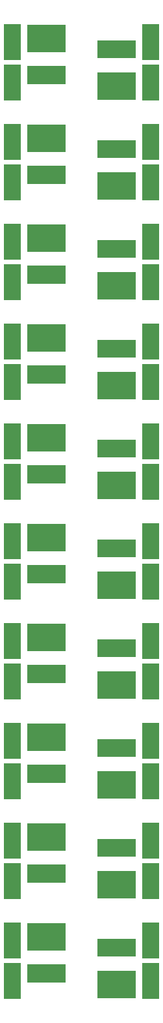
<source format=gbr>
G04 start of page 7 for group -4062 idx -4062 *
G04 Title: (unknown), soldermask *
G04 Creator: pcb 4.0.2 *
G04 CreationDate: Fri Feb  3 04:46:59 2023 UTC *
G04 For: ndholmes *
G04 Format: Gerber/RS-274X *
G04 PCB-Dimensions (mil): 1620.00 5800.00 *
G04 PCB-Coordinate-Origin: lower left *
%MOIN*%
%FSLAX25Y25*%
%LNBOTTOMMASK*%
%ADD22C,0.0001*%
G54D22*G36*
X53251Y364501D02*Y355239D01*
X72749D01*
Y364501D01*
X53251D01*
G37*
G36*
Y355239D01*
X72749D01*
Y364501D01*
X53251D01*
G37*
G36*
X49900Y365400D02*X41100D01*
Y347100D01*
X49900D01*
Y365400D01*
G37*
G36*
Y385900D02*X41100D01*
Y367600D01*
X49900D01*
Y385900D01*
G37*
G36*
X53251Y334761D02*Y320775D01*
X72749D01*
Y334761D01*
X53251D01*
G37*
G36*
Y320775D01*
X72749D01*
Y334761D01*
X53251D01*
G37*
G36*
Y313501D02*Y304239D01*
X72749D01*
Y313501D01*
X53251D01*
G37*
G36*
Y304239D01*
X72749D01*
Y313501D01*
X53251D01*
G37*
G36*
X49900Y314400D02*X41100D01*
Y296100D01*
X49900D01*
Y314400D01*
G37*
G36*
Y334900D02*X41100D01*
Y316600D01*
X49900D01*
Y334900D01*
G37*
G36*
X53251Y262501D02*Y253239D01*
X72749D01*
Y262501D01*
X53251D01*
G37*
G36*
Y253239D01*
X72749D01*
Y262501D01*
X53251D01*
G37*
G36*
Y283761D02*Y269775D01*
X72749D01*
Y283761D01*
X53251D01*
G37*
G36*
Y269775D01*
X72749D01*
Y283761D01*
X53251D01*
G37*
G36*
X49900Y263400D02*X41100D01*
Y245100D01*
X49900D01*
Y263400D01*
G37*
G36*
Y283900D02*X41100D01*
Y265600D01*
X49900D01*
Y283900D01*
G37*
G36*
X53251Y487761D02*Y473775D01*
X72749D01*
Y487761D01*
X53251D01*
G37*
G36*
Y473775D01*
X72749D01*
Y487761D01*
X53251D01*
G37*
G36*
Y466501D02*Y457239D01*
X72749D01*
Y466501D01*
X53251D01*
G37*
G36*
Y457239D01*
X72749D01*
Y466501D01*
X53251D01*
G37*
G36*
X49900Y467400D02*X41100D01*
Y449100D01*
X49900D01*
Y467400D01*
G37*
G36*
Y487900D02*X41100D01*
Y469600D01*
X49900D01*
Y487900D01*
G37*
G36*
X53251Y517501D02*Y508239D01*
X72749D01*
Y517501D01*
X53251D01*
G37*
G36*
Y508239D01*
X72749D01*
Y517501D01*
X53251D01*
G37*
G36*
Y538761D02*Y524775D01*
X72749D01*
Y538761D01*
X53251D01*
G37*
G36*
Y524775D01*
X72749D01*
Y538761D01*
X53251D01*
G37*
G36*
X49900Y518400D02*X41100D01*
Y500100D01*
X49900D01*
Y518400D01*
G37*
G36*
Y538900D02*X41100D01*
Y520600D01*
X49900D01*
Y538900D01*
G37*
G36*
X53251Y436761D02*Y422775D01*
X72749D01*
Y436761D01*
X53251D01*
G37*
G36*
Y422775D01*
X72749D01*
Y436761D01*
X53251D01*
G37*
G36*
X49900Y416400D02*X41100D01*
Y398100D01*
X49900D01*
Y416400D01*
G37*
G36*
Y436900D02*X41100D01*
Y418600D01*
X49900D01*
Y436900D01*
G37*
G36*
X53251Y415501D02*Y406239D01*
X72749D01*
Y415501D01*
X53251D01*
G37*
G36*
Y406239D01*
X72749D01*
Y415501D01*
X53251D01*
G37*
G36*
Y385761D02*Y371775D01*
X72749D01*
Y385761D01*
X53251D01*
G37*
G36*
Y371775D01*
X72749D01*
Y385761D01*
X53251D01*
G37*
G36*
Y232761D02*Y218775D01*
X72749D01*
Y232761D01*
X53251D01*
G37*
G36*
Y218775D01*
X72749D01*
Y232761D01*
X53251D01*
G37*
G36*
Y211501D02*Y202239D01*
X72749D01*
Y211501D01*
X53251D01*
G37*
G36*
Y202239D01*
X72749D01*
Y211501D01*
X53251D01*
G37*
G36*
X49900Y212400D02*X41100D01*
Y194100D01*
X49900D01*
Y212400D01*
G37*
G36*
Y232900D02*X41100D01*
Y214600D01*
X49900D01*
Y232900D01*
G37*
G36*
X53251Y181761D02*Y167775D01*
X72749D01*
Y181761D01*
X53251D01*
G37*
G36*
Y167775D01*
X72749D01*
Y181761D01*
X53251D01*
G37*
G36*
X49900Y161400D02*X41100D01*
Y143100D01*
X49900D01*
Y161400D01*
G37*
G36*
Y181900D02*X41100D01*
Y163600D01*
X49900D01*
Y181900D01*
G37*
G36*
X53251Y160501D02*Y151239D01*
X72749D01*
Y160501D01*
X53251D01*
G37*
G36*
Y151239D01*
X72749D01*
Y160501D01*
X53251D01*
G37*
G36*
Y130761D02*Y116775D01*
X72749D01*
Y130761D01*
X53251D01*
G37*
G36*
Y116775D01*
X72749D01*
Y130761D01*
X53251D01*
G37*
G36*
Y109501D02*Y100239D01*
X72749D01*
Y109501D01*
X53251D01*
G37*
G36*
Y100239D01*
X72749D01*
Y109501D01*
X53251D01*
G37*
G36*
X49900Y110400D02*X41100D01*
Y92100D01*
X49900D01*
Y110400D01*
G37*
G36*
Y130900D02*X41100D01*
Y112600D01*
X49900D01*
Y130900D01*
G37*
G36*
X53251Y79761D02*Y65775D01*
X72749D01*
Y79761D01*
X53251D01*
G37*
G36*
Y65775D01*
X72749D01*
Y79761D01*
X53251D01*
G37*
G36*
Y58501D02*Y49239D01*
X72749D01*
Y58501D01*
X53251D01*
G37*
G36*
Y49239D01*
X72749D01*
Y58501D01*
X53251D01*
G37*
G36*
X49900Y59400D02*X41100D01*
Y41100D01*
X49900D01*
Y59400D01*
G37*
G36*
Y79900D02*X41100D01*
Y61600D01*
X49900D01*
Y79900D01*
G37*
G36*
X89251Y71761D02*Y62499D01*
X108749D01*
Y71761D01*
X89251D01*
G37*
G36*
Y62499D01*
X108749D01*
Y71761D01*
X89251D01*
G37*
G36*
Y55225D02*Y41239D01*
X108749D01*
Y55225D01*
X89251D01*
G37*
G36*
Y41239D01*
X108749D01*
Y55225D01*
X89251D01*
G37*
G36*
X120900Y79900D02*X112100D01*
Y61600D01*
X120900D01*
Y79900D01*
G37*
G36*
Y59400D02*X112100D01*
Y41100D01*
X120900D01*
Y59400D01*
G37*
G36*
X89251Y122761D02*Y113499D01*
X108749D01*
Y122761D01*
X89251D01*
G37*
G36*
Y113499D01*
X108749D01*
Y122761D01*
X89251D01*
G37*
G36*
Y106225D02*Y92239D01*
X108749D01*
Y106225D01*
X89251D01*
G37*
G36*
Y92239D01*
X108749D01*
Y106225D01*
X89251D01*
G37*
G36*
X120900Y130900D02*X112100D01*
Y112600D01*
X120900D01*
Y130900D01*
G37*
G36*
Y110400D02*X112100D01*
Y92100D01*
X120900D01*
Y110400D01*
G37*
G36*
X89251Y173761D02*Y164499D01*
X108749D01*
Y173761D01*
X89251D01*
G37*
G36*
Y164499D01*
X108749D01*
Y173761D01*
X89251D01*
G37*
G36*
Y157225D02*Y143239D01*
X108749D01*
Y157225D01*
X89251D01*
G37*
G36*
Y143239D01*
X108749D01*
Y157225D01*
X89251D01*
G37*
G36*
X120900Y181900D02*X112100D01*
Y163600D01*
X120900D01*
Y181900D01*
G37*
G36*
Y161400D02*X112100D01*
Y143100D01*
X120900D01*
Y161400D01*
G37*
G36*
X89251Y208225D02*Y194239D01*
X108749D01*
Y208225D01*
X89251D01*
G37*
G36*
Y194239D01*
X108749D01*
Y208225D01*
X89251D01*
G37*
G36*
Y224761D02*Y215499D01*
X108749D01*
Y224761D01*
X89251D01*
G37*
G36*
Y215499D01*
X108749D01*
Y224761D01*
X89251D01*
G37*
G36*
X120900Y232900D02*X112100D01*
Y214600D01*
X120900D01*
Y232900D01*
G37*
G36*
Y212400D02*X112100D01*
Y194100D01*
X120900D01*
Y212400D01*
G37*
G36*
X89251Y259225D02*Y245239D01*
X108749D01*
Y259225D01*
X89251D01*
G37*
G36*
Y245239D01*
X108749D01*
Y259225D01*
X89251D01*
G37*
G36*
X120900Y283900D02*X112100D01*
Y265600D01*
X120900D01*
Y283900D01*
G37*
G36*
Y263400D02*X112100D01*
Y245100D01*
X120900D01*
Y263400D01*
G37*
G36*
X89251Y275761D02*Y266499D01*
X108749D01*
Y275761D01*
X89251D01*
G37*
G36*
Y266499D01*
X108749D01*
Y275761D01*
X89251D01*
G37*
G36*
Y310225D02*Y296239D01*
X108749D01*
Y310225D01*
X89251D01*
G37*
G36*
Y296239D01*
X108749D01*
Y310225D01*
X89251D01*
G37*
G36*
Y326761D02*Y317499D01*
X108749D01*
Y326761D01*
X89251D01*
G37*
G36*
Y317499D01*
X108749D01*
Y326761D01*
X89251D01*
G37*
G36*
X120900Y334900D02*X112100D01*
Y316600D01*
X120900D01*
Y334900D01*
G37*
G36*
Y314400D02*X112100D01*
Y296100D01*
X120900D01*
Y314400D01*
G37*
G36*
X89251Y361225D02*Y347239D01*
X108749D01*
Y361225D01*
X89251D01*
G37*
G36*
Y347239D01*
X108749D01*
Y361225D01*
X89251D01*
G37*
G36*
Y377761D02*Y368499D01*
X108749D01*
Y377761D01*
X89251D01*
G37*
G36*
Y368499D01*
X108749D01*
Y377761D01*
X89251D01*
G37*
G36*
X120900Y385900D02*X112100D01*
Y367600D01*
X120900D01*
Y385900D01*
G37*
G36*
Y365400D02*X112100D01*
Y347100D01*
X120900D01*
Y365400D01*
G37*
G36*
X89251Y428761D02*Y419499D01*
X108749D01*
Y428761D01*
X89251D01*
G37*
G36*
Y419499D01*
X108749D01*
Y428761D01*
X89251D01*
G37*
G36*
Y412225D02*Y398239D01*
X108749D01*
Y412225D01*
X89251D01*
G37*
G36*
Y398239D01*
X108749D01*
Y412225D01*
X89251D01*
G37*
G36*
X120900Y436900D02*X112100D01*
Y418600D01*
X120900D01*
Y436900D01*
G37*
G36*
Y416400D02*X112100D01*
Y398100D01*
X120900D01*
Y416400D01*
G37*
G36*
X89251Y463225D02*Y449239D01*
X108749D01*
Y463225D01*
X89251D01*
G37*
G36*
Y449239D01*
X108749D01*
Y463225D01*
X89251D01*
G37*
G36*
Y479761D02*Y470499D01*
X108749D01*
Y479761D01*
X89251D01*
G37*
G36*
Y470499D01*
X108749D01*
Y479761D01*
X89251D01*
G37*
G36*
X120900Y487900D02*X112100D01*
Y469600D01*
X120900D01*
Y487900D01*
G37*
G36*
Y467400D02*X112100D01*
Y449100D01*
X120900D01*
Y467400D01*
G37*
G36*
X89251Y514225D02*Y500239D01*
X108749D01*
Y514225D01*
X89251D01*
G37*
G36*
Y500239D01*
X108749D01*
Y514225D01*
X89251D01*
G37*
G36*
Y530761D02*Y521499D01*
X108749D01*
Y530761D01*
X89251D01*
G37*
G36*
Y521499D01*
X108749D01*
Y530761D01*
X89251D01*
G37*
G36*
X120900Y538900D02*X112100D01*
Y520600D01*
X120900D01*
Y538900D01*
G37*
G36*
Y518400D02*X112100D01*
Y500100D01*
X120900D01*
Y518400D01*
G37*
M02*

</source>
